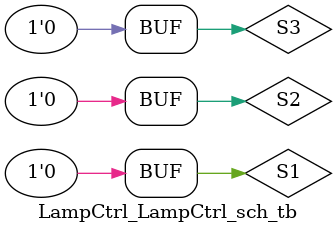
<source format=v>

`timescale 1ns / 1ps

module LampCtrl_LampCtrl_sch_tb();

// Inputs
   reg S1;
   reg S2;
   reg S3;

// Output
   wire F;

// Bidirs

// Instantiate the UUT
   LampCtrl UUT (
		.S1(S1), 
		.S2(S2), 
		.S3(S3), 
		.F(F)
   );
// Initialize Inputs
   //`ifdef auto_init
		initial begin
		S1 = 0;
		S2 = 0;
		S3 = 0;
	#50 
		S1 = 1;
	#50 
		S1 = 0;
		S2 = 1;
	#50 
		S1 = 1;
	#50
		S1 = 0;
		S2 = 0;
		S3 = 1;
	#50
		S1 = 1;
	#50
		S1 = 0;
		S2 = 1;
	#50
		S1 = 1;
	#50
		S1 = 0;
		S2 = 0;
		S3 = 0;
	end
endmodule

</source>
